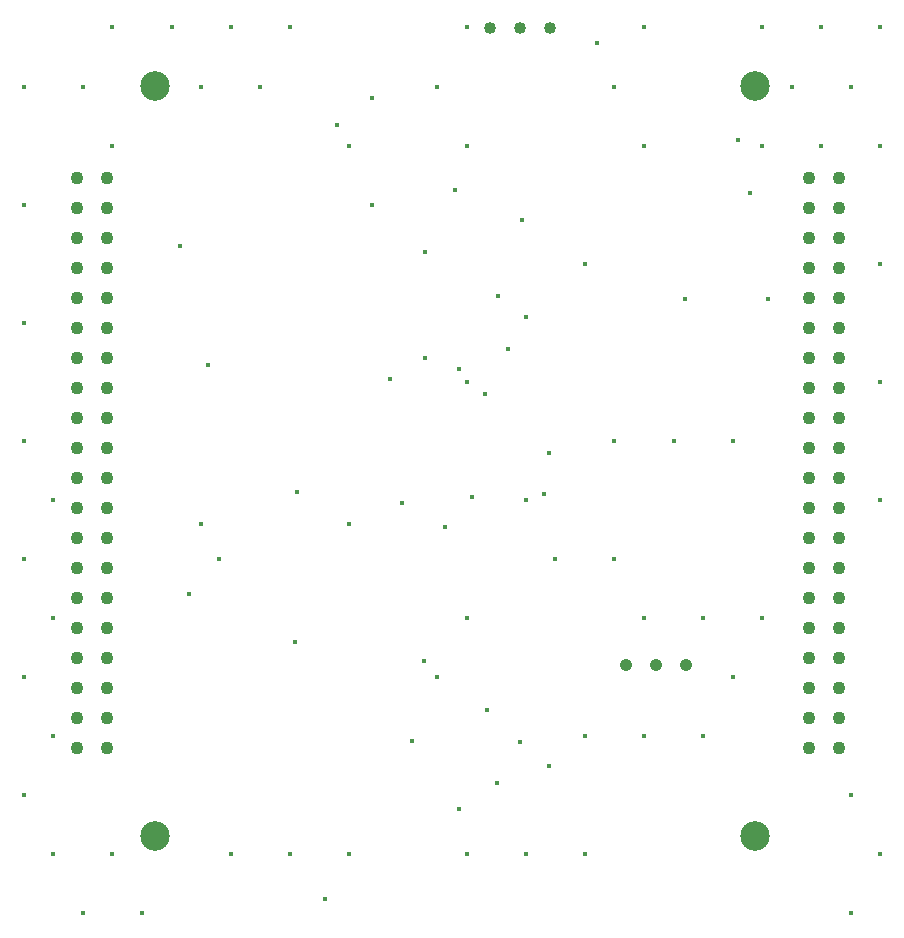
<source format=gbr>
%TF.GenerationSoftware,Altium Limited,Altium Designer,23.3.1 (30)*%
G04 Layer_Color=0*
%FSLAX45Y45*%
%MOMM*%
%TF.SameCoordinates,CA382BF2-D798-45FE-BEC5-AB2A3CF063FF*%
%TF.FilePolarity,Positive*%
%TF.FileFunction,Plated,1,4,PTH,Drill*%
%TF.Part,Single*%
G01*
G75*
%TA.AperFunction,ComponentDrill*%
%ADD64C,1.02000*%
%ADD65C,1.09220*%
%ADD66C,1.06680*%
%TA.AperFunction,OtherDrill,Pad Free-8 (71.12mm,36.576mm)*%
%ADD67C,2.50000*%
%TA.AperFunction,OtherDrill,Pad Free-5 (71.12mm,100.076mm)*%
%ADD68C,2.50000*%
%TA.AperFunction,OtherDrill,Pad Free-7 (121.92mm,36.576mm)*%
%ADD69C,2.50000*%
%TA.AperFunction,OtherDrill,Pad Free-6 (121.92mm,100.076mm)*%
%ADD70C,2.50000*%
%TA.AperFunction,ViaDrill,NotFilled*%
%ADD71C,0.40000*%
D64*
X10453354Y10495000D02*
D03*
X10199354D02*
D03*
X9945354D02*
D03*
D65*
X6700000Y4398000D02*
D03*
X6446000D02*
D03*
X6700000Y4652000D02*
D03*
X6446000D02*
D03*
X6700000Y4906000D02*
D03*
X6446000D02*
D03*
X6700000Y5160000D02*
D03*
X6446000D02*
D03*
X6700000Y5414000D02*
D03*
X6446000D02*
D03*
X6700000Y5668000D02*
D03*
X6446000D02*
D03*
X6700000Y5922000D02*
D03*
X6446000D02*
D03*
X6700000Y6176000D02*
D03*
X6446000D02*
D03*
X6700000Y6430000D02*
D03*
X6446000D02*
D03*
X6700000Y6684000D02*
D03*
X6446000D02*
D03*
X6700000Y6938000D02*
D03*
X6446000D02*
D03*
X6700000Y7192000D02*
D03*
X6446000D02*
D03*
X6700000Y7446000D02*
D03*
X6446000D02*
D03*
X6700000Y7700000D02*
D03*
X6446000D02*
D03*
X6700000Y7954000D02*
D03*
X6446000D02*
D03*
X6700000Y8208000D02*
D03*
X6446000D02*
D03*
X6700000Y8462000D02*
D03*
X6446000D02*
D03*
X6700000Y8716000D02*
D03*
X6446000D02*
D03*
X6700000Y8970000D02*
D03*
X6446000D02*
D03*
X6700000Y9224000D02*
D03*
X6446000D02*
D03*
X12900000Y4398000D02*
D03*
X12646000D02*
D03*
X12900000Y4652000D02*
D03*
X12646000D02*
D03*
X12900000Y4906000D02*
D03*
X12646000D02*
D03*
X12900000Y5160000D02*
D03*
X12646000D02*
D03*
X12900000Y5414000D02*
D03*
X12646000D02*
D03*
X12900000Y5668000D02*
D03*
X12646000D02*
D03*
X12900000Y5922000D02*
D03*
X12646000D02*
D03*
X12900000Y6176000D02*
D03*
X12646000D02*
D03*
X12900000Y6430000D02*
D03*
X12646000D02*
D03*
X12900000Y6684000D02*
D03*
X12646000D02*
D03*
X12900000Y6938000D02*
D03*
X12646000D02*
D03*
X12900000Y7192000D02*
D03*
X12646000D02*
D03*
X12900000Y7446000D02*
D03*
X12646000D02*
D03*
X12900000Y7700000D02*
D03*
X12646000D02*
D03*
X12900000Y7954000D02*
D03*
X12646000D02*
D03*
X12900000Y8208000D02*
D03*
X12646000D02*
D03*
X12900000Y8462000D02*
D03*
X12646000D02*
D03*
X12900000Y8716000D02*
D03*
X12646000D02*
D03*
X12900000Y8970000D02*
D03*
X12646000D02*
D03*
X12900000Y9224000D02*
D03*
X12646000D02*
D03*
D66*
X11096000Y5100000D02*
D03*
X11350000D02*
D03*
X11604000D02*
D03*
D67*
X7112000Y3657600D02*
D03*
D68*
Y10007600D02*
D03*
D69*
X12192000Y3657600D02*
D03*
D70*
Y10007600D02*
D03*
D71*
X8298610Y5294986D02*
D03*
X12300000Y8200000D02*
D03*
X11600000D02*
D03*
X7323594Y8653463D02*
D03*
X7559727Y7641662D02*
D03*
X9400000Y7700000D02*
D03*
Y8600000D02*
D03*
X7400000Y5700000D02*
D03*
X13250000Y10500000D02*
D03*
X13000000Y10000000D02*
D03*
X13250000Y9500000D02*
D03*
Y8500000D02*
D03*
Y7500000D02*
D03*
Y6500000D02*
D03*
X13000000Y4000000D02*
D03*
X13250000Y3500000D02*
D03*
X13000000Y3000000D02*
D03*
X12750000Y10500000D02*
D03*
X12500000Y10000000D02*
D03*
X12750000Y9500000D02*
D03*
X12250000Y10500000D02*
D03*
Y9500000D02*
D03*
X12000000Y7000000D02*
D03*
X12250000Y5500000D02*
D03*
X12000000Y5000000D02*
D03*
X11500000Y7000000D02*
D03*
X11750000Y5500000D02*
D03*
Y4500000D02*
D03*
X11250000Y10500000D02*
D03*
X11000000Y10000000D02*
D03*
X11250000Y9500000D02*
D03*
X11000000Y7000000D02*
D03*
Y6000000D02*
D03*
X11250000Y5500000D02*
D03*
Y4500000D02*
D03*
X10750000Y8500000D02*
D03*
X10500000Y6000000D02*
D03*
X10750000Y4500000D02*
D03*
Y3500000D02*
D03*
X10250000Y6500000D02*
D03*
Y3500000D02*
D03*
X9750000Y10500000D02*
D03*
X9500000Y10000000D02*
D03*
X9750000Y9500000D02*
D03*
Y7500000D02*
D03*
Y5500000D02*
D03*
X9500000Y5000000D02*
D03*
X9750000Y3500000D02*
D03*
X8750000Y9500000D02*
D03*
Y3500000D02*
D03*
X8250000Y10500000D02*
D03*
X8000000Y10000000D02*
D03*
X8250000Y3500000D02*
D03*
X7750000Y10500000D02*
D03*
X7500000Y10000000D02*
D03*
X7750000Y3500000D02*
D03*
X7250000Y10500000D02*
D03*
X7000000Y3000000D02*
D03*
X6750000Y10500000D02*
D03*
X6500000Y10000000D02*
D03*
X6750000Y9500000D02*
D03*
Y3500000D02*
D03*
X6500000Y3000000D02*
D03*
X6000000Y10000000D02*
D03*
Y9000000D02*
D03*
Y8000000D02*
D03*
Y7000000D02*
D03*
X6250000Y6500000D02*
D03*
X6000000Y6000000D02*
D03*
X6250000Y5500000D02*
D03*
X6000000Y5000000D02*
D03*
X6250000Y4500000D02*
D03*
X6000000Y4000000D02*
D03*
X6250000Y3500000D02*
D03*
X9282000Y4457930D02*
D03*
X9390785Y5134300D02*
D03*
X8651849Y9673348D02*
D03*
X8950000Y9000000D02*
D03*
X8312151Y6570164D02*
D03*
X8750000Y6300000D02*
D03*
X9567607Y6270891D02*
D03*
X12050000Y9550000D02*
D03*
X10849354Y10370000D02*
D03*
X10217654Y8870000D02*
D03*
X7500000Y6300000D02*
D03*
X9682494Y7605852D02*
D03*
X10007231Y4100000D02*
D03*
X9680893Y3886305D02*
D03*
X8950000Y9900000D02*
D03*
X7650000Y6000000D02*
D03*
X9924716Y4724000D02*
D03*
X9793172Y6524424D02*
D03*
X10200000Y4450000D02*
D03*
X12150000Y9100000D02*
D03*
X10018027Y8222704D02*
D03*
X10250000Y8050000D02*
D03*
X10100000Y7777000D02*
D03*
X10450000Y6900000D02*
D03*
Y4250000D02*
D03*
X9900000Y7400000D02*
D03*
X10400000Y6550000D02*
D03*
X9203354Y6470000D02*
D03*
X9103354Y7520000D02*
D03*
X8553354Y3120000D02*
D03*
X9653354Y9120000D02*
D03*
%TF.MD5,4e92a0b5b5d5adeba2475741ce3236d4*%
M02*

</source>
